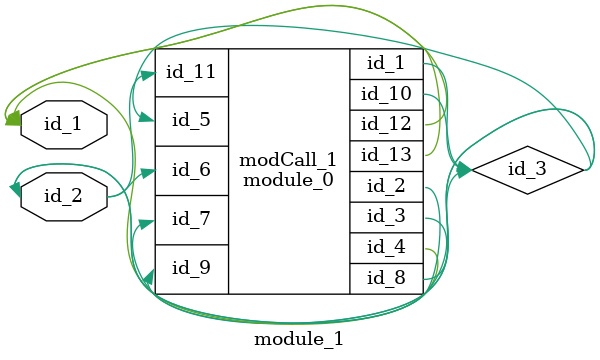
<source format=v>
module module_0 (
    id_1,
    id_2,
    id_3,
    id_4,
    id_5,
    id_6,
    id_7,
    id_8,
    id_9,
    id_10,
    id_11,
    id_12,
    id_13
);
  output wire id_13;
  inout wire id_12;
  input wire id_11;
  output wire id_10;
  input wire id_9;
  inout wire id_8;
  input wire id_7;
  input wire id_6;
  input wire id_5;
  inout wire id_4;
  inout wire id_3;
  inout wire id_2;
  inout wire id_1;
  wire id_14;
  wire id_15, id_16;
  wire id_17;
endmodule
module module_1 (
    id_1,
    id_2
);
  inout wire id_2;
  inout wire id_1;
  wire id_3;
  module_0 modCall_1 (
      id_3,
      id_2,
      id_2,
      id_1,
      id_3,
      id_2,
      id_3,
      id_3,
      id_3,
      id_3,
      id_2,
      id_1,
      id_1
  );
  wire id_4;
endmodule

</source>
